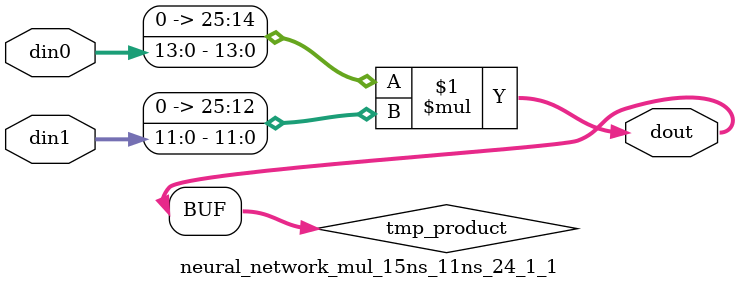
<source format=v>

`timescale 1 ns / 1 ps

  module neural_network_mul_15ns_11ns_24_1_1(din0, din1, dout);
parameter ID = 1;
parameter NUM_STAGE = 0;
parameter din0_WIDTH = 14;
parameter din1_WIDTH = 12;
parameter dout_WIDTH = 26;

input [din0_WIDTH - 1 : 0] din0; 
input [din1_WIDTH - 1 : 0] din1; 
output [dout_WIDTH - 1 : 0] dout;

wire signed [dout_WIDTH - 1 : 0] tmp_product;










assign tmp_product = $signed({1'b0, din0}) * $signed({1'b0, din1});











assign dout = tmp_product;







endmodule

</source>
